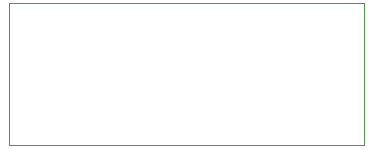
<source format=gbr>
%TF.GenerationSoftware,KiCad,Pcbnew,7.0.5-7.0.5~ubuntu22.04.1*%
%TF.CreationDate,2023-07-07T08:35:14+08:00*%
%TF.ProjectId,usb_programmer,7573625f-7072-46f6-9772-616d6d65722e,rev?*%
%TF.SameCoordinates,PX37a6d38PY343e060*%
%TF.FileFunction,Profile,NP*%
%FSLAX46Y46*%
G04 Gerber Fmt 4.6, Leading zero omitted, Abs format (unit mm)*
G04 Created by KiCad (PCBNEW 7.0.5-7.0.5~ubuntu22.04.1) date 2023-07-07 08:35:14*
%MOMM*%
%LPD*%
G01*
G04 APERTURE LIST*
%TA.AperFunction,Profile*%
%ADD10C,0.050000*%
%TD*%
G04 APERTURE END LIST*
D10*
X0Y0D02*
X30000000Y0D01*
X30000000Y-12000000D01*
X0Y-12000000D01*
X0Y0D01*
M02*

</source>
